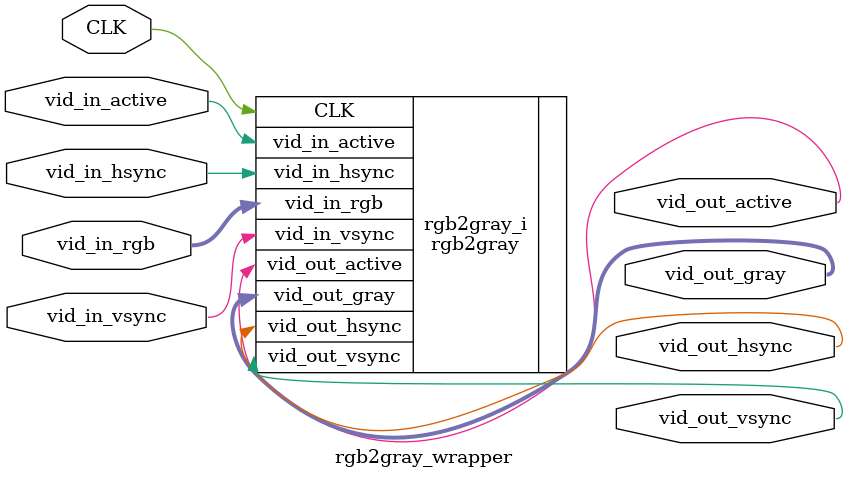
<source format=v>
`timescale 1 ps / 1 ps

module rgb2gray_wrapper
   (CLK,
    vid_in_active,
    vid_in_hsync,
    vid_in_rgb,
    vid_in_vsync,
    vid_out_active,
    vid_out_gray,
    vid_out_hsync,
    vid_out_vsync);
  input CLK;
  input [0:0]vid_in_active;
  input [0:0]vid_in_hsync;
  input [23:0]vid_in_rgb;
  input [0:0]vid_in_vsync;
  output [0:0]vid_out_active;
  output [7:0]vid_out_gray;
  output [0:0]vid_out_hsync;
  output [0:0]vid_out_vsync;

  wire CLK;
  wire [0:0]vid_in_active;
  wire [0:0]vid_in_hsync;
  wire [23:0]vid_in_rgb;
  wire [0:0]vid_in_vsync;
  wire [0:0]vid_out_active;
  wire [7:0]vid_out_gray;
  wire [0:0]vid_out_hsync;
  wire [0:0]vid_out_vsync;

  rgb2gray rgb2gray_i
       (.CLK(CLK),
        .vid_in_active(vid_in_active),
        .vid_in_hsync(vid_in_hsync),
        .vid_in_rgb(vid_in_rgb),
        .vid_in_vsync(vid_in_vsync),
        .vid_out_active(vid_out_active),
        .vid_out_gray(vid_out_gray),
        .vid_out_hsync(vid_out_hsync),
        .vid_out_vsync(vid_out_vsync));
endmodule

</source>
